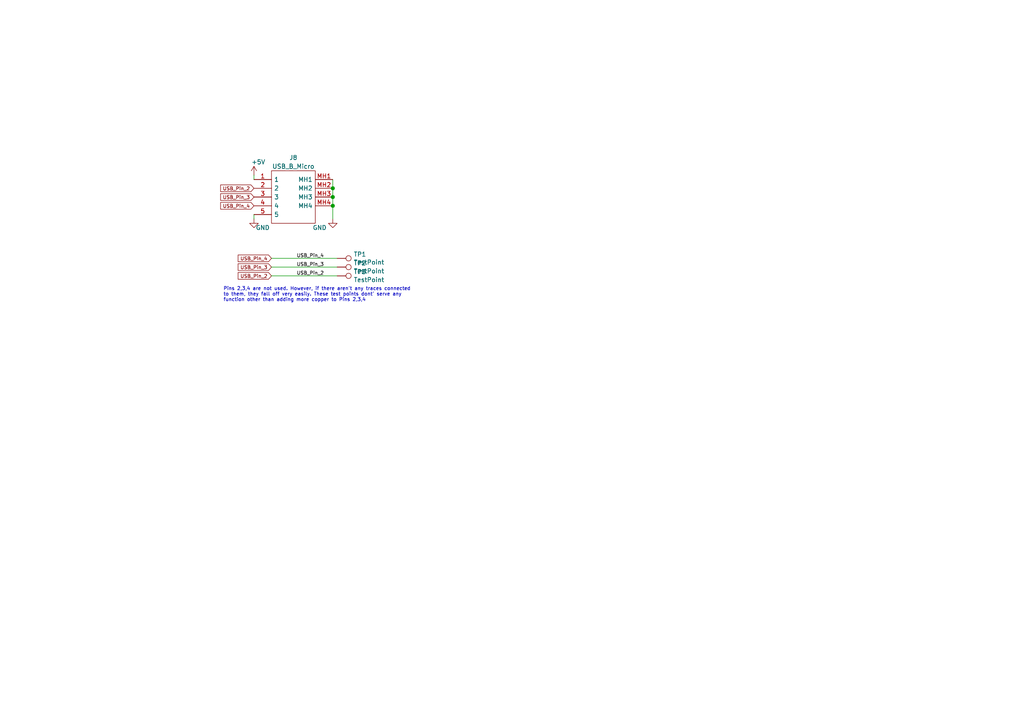
<source format=kicad_sch>
(kicad_sch (version 20210126) (generator eeschema)
  (paper "A4")
  (lib_symbols
    (symbol "Connector:TestPoint" (pin_numbers hide) (pin_names (offset 0.762) hide)
      (property "Reference" "TP" (at 0 6.858 0))
      (property "Value" "TestPoint" (at 0 5.08 0))
      (symbol "TestPoint_0_1"
        (circle (center 0 3.302) (radius 0.762))
      )
      (symbol "TestPoint_1_1"
        (pin passive line (at 0 0 90) (length 2.54) (name "1") (number "1"))
      )
    )
    (symbol "SamacSys_Parts:U254-051N-4BH806" (pin_names (offset 0.762))
      (property "Reference" "J" (at 19.05 7.62 0))
      (property "Value" "U254-051N-4BH806" (at 19.05 5.08 0))
      (symbol "U254-051N-4BH806_0_0"
        (pin passive line (at 0 0 0) (length 5.08) (name "1") (number "1"))
        (pin passive line (at 0 -2.54 0) (length 5.08) (name "2") (number "2"))
        (pin passive line (at 0 -5.08 0) (length 5.08) (name "3") (number "3"))
        (pin passive line (at 0 -7.62 0) (length 5.08) (name "4") (number "4"))
        (pin passive line (at 0 -10.16 0) (length 5.08) (name "5") (number "5"))
        (pin passive line (at 22.86 0 180) (length 5.08) (name "MH1") (number "MH1"))
        (pin passive line (at 22.86 -2.54 180) (length 5.08) (name "MH2") (number "MH2"))
        (pin passive line (at 22.86 -5.08 180) (length 5.08) (name "MH3") (number "MH3"))
        (pin passive line (at 22.86 -7.62 180) (length 5.08) (name "MH4") (number "MH4"))
      )
      (symbol "U254-051N-4BH806_0_1"
        (polyline (pts (xy 5.08 2.54) (xy 17.78 2.54) (xy 17.78 -12.7) (xy 5.08 -12.7) (xy 5.08 2.54)) (stroke (width 0.1524)))
      )
    )
    (symbol "power:+5V" (power) (pin_names (offset 0))
      (property "Value" "+5V" (at 0 3.556 0))
      (symbol "+5V_0_1"
        (polyline (pts (xy -0.762 1.27) (xy 0 2.54)))
        (polyline (pts (xy 0 0) (xy 0 2.54)))
        (polyline (pts (xy 0 2.54) (xy 0.762 1.27)))
      )
      (symbol "+5V_1_1"
        (pin power_in line (at 0 0 90) (length 0) hide (name "+5V") (number "1"))
      )
    )
    (symbol "power:GND" (power) (pin_names (offset 0))
      (property "Value" "GND" (at 0 -3.81 0))
      (symbol "GND_0_1"
        (polyline (pts (xy 0 0) (xy 0 -1.27) (xy 1.27 -1.27) (xy 0 -2.54) (xy -1.27 -1.27) (xy 0 -1.27)))
      )
      (symbol "GND_1_1"
        (pin power_in line (at 0 0 270) (length 0) hide (name "GND") (number "1"))
      )
    )
  )
  (junction (at 96.52 54.61) (diameter 1.016))
  (junction (at 96.52 57.15) (diameter 1.016))
  (junction (at 96.52 59.69) (diameter 1.016))
  (wire (pts (xy 73.66 52.07) (xy 73.66 50.8)))
  (wire (pts (xy 73.66 62.23) (xy 73.66 63.5)))
  (wire (pts (xy 78.74 77.47) (xy 97.79 77.47)))
  (wire (pts (xy 96.52 54.61) (xy 96.52 52.07)))
  (wire (pts (xy 96.52 57.15) (xy 96.52 54.61)))
  (wire (pts (xy 96.52 59.69) (xy 96.52 57.15)))
  (wire (pts (xy 96.52 59.69) (xy 96.52 63.5)))
  (wire (pts (xy 97.79 74.93) (xy 78.74 74.93)))
  (wire (pts (xy 97.79 80.01) (xy 78.74 80.01)))
  (text "Pins 2,3,4 are not used. However, if there aren't any traces connected\nto them, they fall off very easily. These test points dont' serve any \nfunction other than adding more copper to Pins 2,3,4" (at 64.77 87.63 0) (effects (font (size 0.9906 0.9906)) (justify left bottom)))
  (label "USB_Pin_4" (at 93.98 74.93 180) (effects (font (size 0.9906 0.9906))))
  (label "USB_Pin_3" (at 93.98 77.47 180) (effects (font (size 0.9906 0.9906))))
  (label "USB_Pin_2" (at 93.98 80.01 180) (effects (font (size 0.9906 0.9906))))
  (global_label "USB_Pin_2" (shape input) (at 73.66 54.61 180) (effects (font (size 0.9906 0.9906))) (property "Intersheet References" "${INTERSHEET_REFS}" (effects hide)))
  (global_label "USB_Pin_3" (shape input) (at 73.66 57.15 180) (effects (font (size 0.9906 0.9906))) (property "Intersheet References" "${INTERSHEET_REFS}" (effects hide)))
  (global_label "USB_Pin_4" (shape input) (at 73.66 59.69 180) (effects (font (size 0.9906 0.9906))) (property "Intersheet References" "${INTERSHEET_REFS}" (effects hide)))
  (global_label "USB_Pin_4" (shape input) (at 78.74 74.93 180) (effects (font (size 0.9906 0.9906))) (property "Intersheet References" "${INTERSHEET_REFS}" (effects hide)))
  (global_label "USB_Pin_3" (shape input) (at 78.74 77.47 180) (effects (font (size 0.9906 0.9906))) (property "Intersheet References" "${INTERSHEET_REFS}" (effects hide)))
  (global_label "USB_Pin_2" (shape input) (at 78.74 80.01 180) (effects (font (size 0.9906 0.9906))) (property "Intersheet References" "${INTERSHEET_REFS}" (effects hide)))
  (symbol (lib_id "power:+5V") (at 73.66 50.8 0)
    (property "Reference" "#PWR050" (effects hide))
    (property "Value" "+5V" (at 74.93 46.99 0))
  )
  (symbol (lib_id "Connector:TestPoint") (at 97.79 74.93 270) (unit 1)
    (property "Reference" "TP1" (at 102.5652 73.7616 90) (effects (justify left)))
    (property "Value" "TestPoint" (at 102.5652 76.073 90) (effects (justify left)))
    (property "Footprint" "TestPoint:TestPoint_Pad_D1.0mm" (effects hide))
    (property "Datasheet" "N/A - Test pad" (effects hide))
    (property "LCSC" "N/A" (effects hide))
    (property "Manufacturer_Name" "N/A" (effects hide))
    (property "Manufacturer_Part_Number" "N/A" (effects hide))
    (property "Description" "N/A - Test pad" (effects hide))
  )
  (symbol (lib_id "Connector:TestPoint") (at 97.79 77.47 270) (unit 1)
    (property "Reference" "TP2" (at 102.5652 76.3016 90) (effects (justify left)))
    (property "Value" "TestPoint" (at 102.5652 78.613 90) (effects (justify left)))
    (property "Footprint" "TestPoint:TestPoint_Pad_D1.0mm" (effects hide))
    (property "Datasheet" "N/A - Test pad" (effects hide))
    (property "LCSC" "N/A" (effects hide))
    (property "Manufacturer_Name" "N/A" (effects hide))
    (property "Manufacturer_Part_Number" "N/A" (effects hide))
    (property "Description" "N/A - Test pad" (effects hide))
  )
  (symbol (lib_id "Connector:TestPoint") (at 97.79 80.01 270) (unit 1)
    (property "Reference" "TP3" (at 102.5652 78.8416 90) (effects (justify left)))
    (property "Value" "TestPoint" (at 102.5652 81.153 90) (effects (justify left)))
    (property "Footprint" "TestPoint:TestPoint_Pad_D1.0mm" (effects hide))
    (property "Datasheet" "N/A - Test pad" (effects hide))
    (property "LCSC" "N/A" (effects hide))
    (property "Manufacturer_Name" "N/A" (effects hide))
    (property "Manufacturer_Part_Number" "N/A" (effects hide))
    (property "Description" "N/A - Test pad" (effects hide))
  )
  (symbol (lib_id "power:GND") (at 73.66 63.5 0)
    (property "Reference" "#PWR051" (effects hide))
    (property "Value" "GND" (at 76.2 66.04 0))
  )
  (symbol (lib_id "power:GND") (at 96.52 63.5 0)
    (property "Reference" "#PWR052" (effects hide))
    (property "Value" "GND" (at 92.71 66.04 0))
  )
  (symbol (lib_id "SamacSys_Parts:U254-051N-4BH806") (at 73.66 52.07 0)
    (property "Reference" "J8" (at 85.09 45.72 0))
    (property "Value" "USB_B_Micro" (at 85.09 48.26 0))
    (property "Footprint" "SamacSys_Parts:U254051N4BH806" (effects hide))
    (property "Datasheet" "https://datasheet.lcsc.com/szlcsc/2002271812_XKB-Connectivity-U254-051N-4BH806_C319170.pdf" (effects hide))
    (property "LCSC" "C319170" (effects hide))
    (property "Description" "USB - Micro B Female USB 2 5 SMD USB Connectors" (effects hide))
    (property "Manufacturer_Name" "XKB Connectivity" (effects hide))
    (property "Manufacturer_Part_Number" "U254-051N-4BH806" (effects hide))
  )
)
</source>
